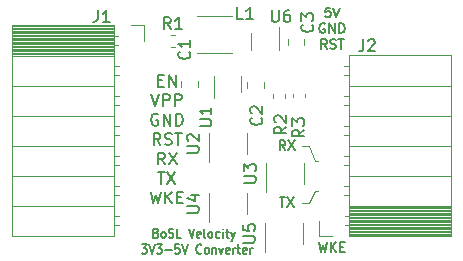
<source format=gbr>
G04 #@! TF.GenerationSoftware,KiCad,Pcbnew,(5.1.5)-3*
G04 #@! TF.CreationDate,2020-08-04T19:08:33+10:00*
G04 #@! TF.ProjectId,Interconnect,496e7465-7263-46f6-9e6e-6563742e6b69,rev 0.2*
G04 #@! TF.SameCoordinates,Original*
G04 #@! TF.FileFunction,Legend,Top*
G04 #@! TF.FilePolarity,Positive*
%FSLAX46Y46*%
G04 Gerber Fmt 4.6, Leading zero omitted, Abs format (unit mm)*
G04 Created by KiCad (PCBNEW (5.1.5)-3) date 2020-08-04 19:08:33*
%MOMM*%
%LPD*%
G04 APERTURE LIST*
%ADD10C,0.120000*%
%ADD11C,0.150000*%
G04 APERTURE END LIST*
D10*
X166243000Y-99568000D02*
X166497000Y-99568000D01*
X165735000Y-100584000D02*
X166243000Y-99568000D01*
X165100000Y-100584000D02*
X165735000Y-100584000D01*
X166243000Y-97028000D02*
X166497000Y-97028000D01*
X165735000Y-95758000D02*
X166243000Y-97028000D01*
X165100000Y-95758000D02*
X165735000Y-95758000D01*
D11*
X166535238Y-103955904D02*
X166725714Y-104755904D01*
X166878095Y-104184476D01*
X167030476Y-104755904D01*
X167220952Y-103955904D01*
X167525714Y-104755904D02*
X167525714Y-103955904D01*
X167982857Y-104755904D02*
X167640000Y-104298761D01*
X167982857Y-103955904D02*
X167525714Y-104413047D01*
X168325714Y-104336857D02*
X168592380Y-104336857D01*
X168706666Y-104755904D02*
X168325714Y-104755904D01*
X168325714Y-103955904D01*
X168706666Y-103955904D01*
X163220476Y-100145904D02*
X163677619Y-100145904D01*
X163449047Y-100945904D02*
X163449047Y-100145904D01*
X163868095Y-100145904D02*
X164401428Y-100945904D01*
X164401428Y-100145904D02*
X163868095Y-100945904D01*
X163696666Y-96119904D02*
X163430000Y-95738952D01*
X163239523Y-96119904D02*
X163239523Y-95319904D01*
X163544285Y-95319904D01*
X163620476Y-95358000D01*
X163658571Y-95396095D01*
X163696666Y-95472285D01*
X163696666Y-95586571D01*
X163658571Y-95662761D01*
X163620476Y-95700857D01*
X163544285Y-95738952D01*
X163239523Y-95738952D01*
X163963333Y-95319904D02*
X164496666Y-96119904D01*
X164496666Y-95319904D02*
X163963333Y-96119904D01*
X152760000Y-103153857D02*
X152860000Y-103191952D01*
X152893333Y-103230047D01*
X152926666Y-103306238D01*
X152926666Y-103420523D01*
X152893333Y-103496714D01*
X152860000Y-103534809D01*
X152793333Y-103572904D01*
X152526666Y-103572904D01*
X152526666Y-102772904D01*
X152760000Y-102772904D01*
X152826666Y-102811000D01*
X152860000Y-102849095D01*
X152893333Y-102925285D01*
X152893333Y-103001476D01*
X152860000Y-103077666D01*
X152826666Y-103115761D01*
X152760000Y-103153857D01*
X152526666Y-103153857D01*
X153326666Y-103572904D02*
X153260000Y-103534809D01*
X153226666Y-103496714D01*
X153193333Y-103420523D01*
X153193333Y-103191952D01*
X153226666Y-103115761D01*
X153260000Y-103077666D01*
X153326666Y-103039571D01*
X153426666Y-103039571D01*
X153493333Y-103077666D01*
X153526666Y-103115761D01*
X153560000Y-103191952D01*
X153560000Y-103420523D01*
X153526666Y-103496714D01*
X153493333Y-103534809D01*
X153426666Y-103572904D01*
X153326666Y-103572904D01*
X153826666Y-103534809D02*
X153926666Y-103572904D01*
X154093333Y-103572904D01*
X154160000Y-103534809D01*
X154193333Y-103496714D01*
X154226666Y-103420523D01*
X154226666Y-103344333D01*
X154193333Y-103268142D01*
X154160000Y-103230047D01*
X154093333Y-103191952D01*
X153960000Y-103153857D01*
X153893333Y-103115761D01*
X153860000Y-103077666D01*
X153826666Y-103001476D01*
X153826666Y-102925285D01*
X153860000Y-102849095D01*
X153893333Y-102811000D01*
X153960000Y-102772904D01*
X154126666Y-102772904D01*
X154226666Y-102811000D01*
X154860000Y-103572904D02*
X154526666Y-103572904D01*
X154526666Y-102772904D01*
X155526666Y-102772904D02*
X155760000Y-103572904D01*
X155993333Y-102772904D01*
X156493333Y-103534809D02*
X156426666Y-103572904D01*
X156293333Y-103572904D01*
X156226666Y-103534809D01*
X156193333Y-103458619D01*
X156193333Y-103153857D01*
X156226666Y-103077666D01*
X156293333Y-103039571D01*
X156426666Y-103039571D01*
X156493333Y-103077666D01*
X156526666Y-103153857D01*
X156526666Y-103230047D01*
X156193333Y-103306238D01*
X156926666Y-103572904D02*
X156860000Y-103534809D01*
X156826666Y-103458619D01*
X156826666Y-102772904D01*
X157293333Y-103572904D02*
X157226666Y-103534809D01*
X157193333Y-103496714D01*
X157160000Y-103420523D01*
X157160000Y-103191952D01*
X157193333Y-103115761D01*
X157226666Y-103077666D01*
X157293333Y-103039571D01*
X157393333Y-103039571D01*
X157460000Y-103077666D01*
X157493333Y-103115761D01*
X157526666Y-103191952D01*
X157526666Y-103420523D01*
X157493333Y-103496714D01*
X157460000Y-103534809D01*
X157393333Y-103572904D01*
X157293333Y-103572904D01*
X158126666Y-103534809D02*
X158060000Y-103572904D01*
X157926666Y-103572904D01*
X157860000Y-103534809D01*
X157826666Y-103496714D01*
X157793333Y-103420523D01*
X157793333Y-103191952D01*
X157826666Y-103115761D01*
X157860000Y-103077666D01*
X157926666Y-103039571D01*
X158060000Y-103039571D01*
X158126666Y-103077666D01*
X158426666Y-103572904D02*
X158426666Y-103039571D01*
X158426666Y-102772904D02*
X158393333Y-102811000D01*
X158426666Y-102849095D01*
X158460000Y-102811000D01*
X158426666Y-102772904D01*
X158426666Y-102849095D01*
X158660000Y-103039571D02*
X158926666Y-103039571D01*
X158760000Y-102772904D02*
X158760000Y-103458619D01*
X158793333Y-103534809D01*
X158860000Y-103572904D01*
X158926666Y-103572904D01*
X159093333Y-103039571D02*
X159260000Y-103572904D01*
X159426666Y-103039571D02*
X159260000Y-103572904D01*
X159193333Y-103763380D01*
X159160000Y-103801476D01*
X159093333Y-103839571D01*
X151526666Y-104122904D02*
X151960000Y-104122904D01*
X151726666Y-104427666D01*
X151826666Y-104427666D01*
X151893333Y-104465761D01*
X151926666Y-104503857D01*
X151960000Y-104580047D01*
X151960000Y-104770523D01*
X151926666Y-104846714D01*
X151893333Y-104884809D01*
X151826666Y-104922904D01*
X151626666Y-104922904D01*
X151560000Y-104884809D01*
X151526666Y-104846714D01*
X152160000Y-104122904D02*
X152393333Y-104922904D01*
X152626666Y-104122904D01*
X152793333Y-104122904D02*
X153226666Y-104122904D01*
X152993333Y-104427666D01*
X153093333Y-104427666D01*
X153160000Y-104465761D01*
X153193333Y-104503857D01*
X153226666Y-104580047D01*
X153226666Y-104770523D01*
X153193333Y-104846714D01*
X153160000Y-104884809D01*
X153093333Y-104922904D01*
X152893333Y-104922904D01*
X152826666Y-104884809D01*
X152793333Y-104846714D01*
X153526666Y-104618142D02*
X154060000Y-104618142D01*
X154726666Y-104122904D02*
X154393333Y-104122904D01*
X154360000Y-104503857D01*
X154393333Y-104465761D01*
X154460000Y-104427666D01*
X154626666Y-104427666D01*
X154693333Y-104465761D01*
X154726666Y-104503857D01*
X154760000Y-104580047D01*
X154760000Y-104770523D01*
X154726666Y-104846714D01*
X154693333Y-104884809D01*
X154626666Y-104922904D01*
X154460000Y-104922904D01*
X154393333Y-104884809D01*
X154360000Y-104846714D01*
X154960000Y-104122904D02*
X155193333Y-104922904D01*
X155426666Y-104122904D01*
X156593333Y-104846714D02*
X156560000Y-104884809D01*
X156460000Y-104922904D01*
X156393333Y-104922904D01*
X156293333Y-104884809D01*
X156226666Y-104808619D01*
X156193333Y-104732428D01*
X156160000Y-104580047D01*
X156160000Y-104465761D01*
X156193333Y-104313380D01*
X156226666Y-104237190D01*
X156293333Y-104161000D01*
X156393333Y-104122904D01*
X156460000Y-104122904D01*
X156560000Y-104161000D01*
X156593333Y-104199095D01*
X156993333Y-104922904D02*
X156926666Y-104884809D01*
X156893333Y-104846714D01*
X156860000Y-104770523D01*
X156860000Y-104541952D01*
X156893333Y-104465761D01*
X156926666Y-104427666D01*
X156993333Y-104389571D01*
X157093333Y-104389571D01*
X157160000Y-104427666D01*
X157193333Y-104465761D01*
X157226666Y-104541952D01*
X157226666Y-104770523D01*
X157193333Y-104846714D01*
X157160000Y-104884809D01*
X157093333Y-104922904D01*
X156993333Y-104922904D01*
X157526666Y-104389571D02*
X157526666Y-104922904D01*
X157526666Y-104465761D02*
X157560000Y-104427666D01*
X157626666Y-104389571D01*
X157726666Y-104389571D01*
X157793333Y-104427666D01*
X157826666Y-104503857D01*
X157826666Y-104922904D01*
X158093333Y-104389571D02*
X158260000Y-104922904D01*
X158426666Y-104389571D01*
X158960000Y-104884809D02*
X158893333Y-104922904D01*
X158760000Y-104922904D01*
X158693333Y-104884809D01*
X158660000Y-104808619D01*
X158660000Y-104503857D01*
X158693333Y-104427666D01*
X158760000Y-104389571D01*
X158893333Y-104389571D01*
X158960000Y-104427666D01*
X158993333Y-104503857D01*
X158993333Y-104580047D01*
X158660000Y-104656238D01*
X159293333Y-104922904D02*
X159293333Y-104389571D01*
X159293333Y-104541952D02*
X159326666Y-104465761D01*
X159360000Y-104427666D01*
X159426666Y-104389571D01*
X159493333Y-104389571D01*
X159626666Y-104389571D02*
X159893333Y-104389571D01*
X159726666Y-104122904D02*
X159726666Y-104808619D01*
X159760000Y-104884809D01*
X159826666Y-104922904D01*
X159893333Y-104922904D01*
X160393333Y-104884809D02*
X160326666Y-104922904D01*
X160193333Y-104922904D01*
X160126666Y-104884809D01*
X160093333Y-104808619D01*
X160093333Y-104503857D01*
X160126666Y-104427666D01*
X160193333Y-104389571D01*
X160326666Y-104389571D01*
X160393333Y-104427666D01*
X160426666Y-104503857D01*
X160426666Y-104580047D01*
X160093333Y-104656238D01*
X160726666Y-104922904D02*
X160726666Y-104389571D01*
X160726666Y-104541952D02*
X160760000Y-104465761D01*
X160793333Y-104427666D01*
X160860000Y-104389571D01*
X160926666Y-104389571D01*
X152931904Y-90228571D02*
X153265238Y-90228571D01*
X153408095Y-90752380D02*
X152931904Y-90752380D01*
X152931904Y-89752380D01*
X153408095Y-89752380D01*
X153836666Y-90752380D02*
X153836666Y-89752380D01*
X154408095Y-90752380D01*
X154408095Y-89752380D01*
X152336666Y-91402380D02*
X152670000Y-92402380D01*
X153003333Y-91402380D01*
X153336666Y-92402380D02*
X153336666Y-91402380D01*
X153717619Y-91402380D01*
X153812857Y-91450000D01*
X153860476Y-91497619D01*
X153908095Y-91592857D01*
X153908095Y-91735714D01*
X153860476Y-91830952D01*
X153812857Y-91878571D01*
X153717619Y-91926190D01*
X153336666Y-91926190D01*
X154336666Y-92402380D02*
X154336666Y-91402380D01*
X154717619Y-91402380D01*
X154812857Y-91450000D01*
X154860476Y-91497619D01*
X154908095Y-91592857D01*
X154908095Y-91735714D01*
X154860476Y-91830952D01*
X154812857Y-91878571D01*
X154717619Y-91926190D01*
X154336666Y-91926190D01*
X152908095Y-93100000D02*
X152812857Y-93052380D01*
X152670000Y-93052380D01*
X152527142Y-93100000D01*
X152431904Y-93195238D01*
X152384285Y-93290476D01*
X152336666Y-93480952D01*
X152336666Y-93623809D01*
X152384285Y-93814285D01*
X152431904Y-93909523D01*
X152527142Y-94004761D01*
X152670000Y-94052380D01*
X152765238Y-94052380D01*
X152908095Y-94004761D01*
X152955714Y-93957142D01*
X152955714Y-93623809D01*
X152765238Y-93623809D01*
X153384285Y-94052380D02*
X153384285Y-93052380D01*
X153955714Y-94052380D01*
X153955714Y-93052380D01*
X154431904Y-94052380D02*
X154431904Y-93052380D01*
X154670000Y-93052380D01*
X154812857Y-93100000D01*
X154908095Y-93195238D01*
X154955714Y-93290476D01*
X155003333Y-93480952D01*
X155003333Y-93623809D01*
X154955714Y-93814285D01*
X154908095Y-93909523D01*
X154812857Y-94004761D01*
X154670000Y-94052380D01*
X154431904Y-94052380D01*
X153122380Y-95702380D02*
X152789047Y-95226190D01*
X152550952Y-95702380D02*
X152550952Y-94702380D01*
X152931904Y-94702380D01*
X153027142Y-94750000D01*
X153074761Y-94797619D01*
X153122380Y-94892857D01*
X153122380Y-95035714D01*
X153074761Y-95130952D01*
X153027142Y-95178571D01*
X152931904Y-95226190D01*
X152550952Y-95226190D01*
X153503333Y-95654761D02*
X153646190Y-95702380D01*
X153884285Y-95702380D01*
X153979523Y-95654761D01*
X154027142Y-95607142D01*
X154074761Y-95511904D01*
X154074761Y-95416666D01*
X154027142Y-95321428D01*
X153979523Y-95273809D01*
X153884285Y-95226190D01*
X153693809Y-95178571D01*
X153598571Y-95130952D01*
X153550952Y-95083333D01*
X153503333Y-94988095D01*
X153503333Y-94892857D01*
X153550952Y-94797619D01*
X153598571Y-94750000D01*
X153693809Y-94702380D01*
X153931904Y-94702380D01*
X154074761Y-94750000D01*
X154360476Y-94702380D02*
X154931904Y-94702380D01*
X154646190Y-95702380D02*
X154646190Y-94702380D01*
X153503333Y-97352380D02*
X153170000Y-96876190D01*
X152931904Y-97352380D02*
X152931904Y-96352380D01*
X153312857Y-96352380D01*
X153408095Y-96400000D01*
X153455714Y-96447619D01*
X153503333Y-96542857D01*
X153503333Y-96685714D01*
X153455714Y-96780952D01*
X153408095Y-96828571D01*
X153312857Y-96876190D01*
X152931904Y-96876190D01*
X153836666Y-96352380D02*
X154503333Y-97352380D01*
X154503333Y-96352380D02*
X153836666Y-97352380D01*
X152908095Y-98002380D02*
X153479523Y-98002380D01*
X153193809Y-99002380D02*
X153193809Y-98002380D01*
X153717619Y-98002380D02*
X154384285Y-99002380D01*
X154384285Y-98002380D02*
X153717619Y-99002380D01*
X152289047Y-99652380D02*
X152527142Y-100652380D01*
X152717619Y-99938095D01*
X152908095Y-100652380D01*
X153146190Y-99652380D01*
X153527142Y-100652380D02*
X153527142Y-99652380D01*
X154098571Y-100652380D02*
X153670000Y-100080952D01*
X154098571Y-99652380D02*
X153527142Y-100223809D01*
X154527142Y-100128571D02*
X154860476Y-100128571D01*
X155003333Y-100652380D02*
X154527142Y-100652380D01*
X154527142Y-99652380D01*
X155003333Y-99652380D01*
X167487619Y-84063904D02*
X167106666Y-84063904D01*
X167068571Y-84444857D01*
X167106666Y-84406761D01*
X167182857Y-84368666D01*
X167373333Y-84368666D01*
X167449523Y-84406761D01*
X167487619Y-84444857D01*
X167525714Y-84521047D01*
X167525714Y-84711523D01*
X167487619Y-84787714D01*
X167449523Y-84825809D01*
X167373333Y-84863904D01*
X167182857Y-84863904D01*
X167106666Y-84825809D01*
X167068571Y-84787714D01*
X167754285Y-84063904D02*
X168020952Y-84863904D01*
X168287619Y-84063904D01*
X167030476Y-85452000D02*
X166954285Y-85413904D01*
X166840000Y-85413904D01*
X166725714Y-85452000D01*
X166649523Y-85528190D01*
X166611428Y-85604380D01*
X166573333Y-85756761D01*
X166573333Y-85871047D01*
X166611428Y-86023428D01*
X166649523Y-86099619D01*
X166725714Y-86175809D01*
X166840000Y-86213904D01*
X166916190Y-86213904D01*
X167030476Y-86175809D01*
X167068571Y-86137714D01*
X167068571Y-85871047D01*
X166916190Y-85871047D01*
X167411428Y-86213904D02*
X167411428Y-85413904D01*
X167868571Y-86213904D01*
X167868571Y-85413904D01*
X168249523Y-86213904D02*
X168249523Y-85413904D01*
X168440000Y-85413904D01*
X168554285Y-85452000D01*
X168630476Y-85528190D01*
X168668571Y-85604380D01*
X168706666Y-85756761D01*
X168706666Y-85871047D01*
X168668571Y-86023428D01*
X168630476Y-86099619D01*
X168554285Y-86175809D01*
X168440000Y-86213904D01*
X168249523Y-86213904D01*
X167201904Y-87563904D02*
X166935238Y-87182952D01*
X166744761Y-87563904D02*
X166744761Y-86763904D01*
X167049523Y-86763904D01*
X167125714Y-86802000D01*
X167163809Y-86840095D01*
X167201904Y-86916285D01*
X167201904Y-87030571D01*
X167163809Y-87106761D01*
X167125714Y-87144857D01*
X167049523Y-87182952D01*
X166744761Y-87182952D01*
X167506666Y-87525809D02*
X167620952Y-87563904D01*
X167811428Y-87563904D01*
X167887619Y-87525809D01*
X167925714Y-87487714D01*
X167963809Y-87411523D01*
X167963809Y-87335333D01*
X167925714Y-87259142D01*
X167887619Y-87221047D01*
X167811428Y-87182952D01*
X167659047Y-87144857D01*
X167582857Y-87106761D01*
X167544761Y-87068666D01*
X167506666Y-86992476D01*
X167506666Y-86916285D01*
X167544761Y-86840095D01*
X167582857Y-86802000D01*
X167659047Y-86763904D01*
X167849523Y-86763904D01*
X167963809Y-86802000D01*
X168192380Y-86763904D02*
X168649523Y-86763904D01*
X168420952Y-87563904D02*
X168420952Y-86763904D01*
D10*
X167640000Y-103438000D02*
X166530000Y-103438000D01*
X166530000Y-103438000D02*
X166530000Y-102108000D01*
X177730000Y-103438000D02*
X177730000Y-88078000D01*
X177730000Y-88078000D02*
X169100000Y-88078000D01*
X169100000Y-103438000D02*
X169100000Y-88078000D01*
X177730000Y-103438000D02*
X169100000Y-103438000D01*
X177730000Y-90678000D02*
X169100000Y-90678000D01*
X177730000Y-93218000D02*
X169100000Y-93218000D01*
X177730000Y-95758000D02*
X169100000Y-95758000D01*
X177730000Y-98298000D02*
X169100000Y-98298000D01*
X177730000Y-100838000D02*
X169100000Y-100838000D01*
X169100000Y-89048000D02*
X168690000Y-89048000D01*
X169100000Y-89768000D02*
X168690000Y-89768000D01*
X169100000Y-91588000D02*
X168690000Y-91588000D01*
X169100000Y-92308000D02*
X168690000Y-92308000D01*
X169100000Y-94128000D02*
X168690000Y-94128000D01*
X169100000Y-94848000D02*
X168690000Y-94848000D01*
X169100000Y-96668000D02*
X168690000Y-96668000D01*
X169100000Y-97388000D02*
X168690000Y-97388000D01*
X169100000Y-99208000D02*
X168690000Y-99208000D01*
X169100000Y-99928000D02*
X168690000Y-99928000D01*
X169100000Y-101748000D02*
X168750000Y-101748000D01*
X169100000Y-102468000D02*
X168750000Y-102468000D01*
X177730000Y-100956100D02*
X169100000Y-100956100D01*
X177730000Y-101074195D02*
X169100000Y-101074195D01*
X177730000Y-101192290D02*
X169100000Y-101192290D01*
X177730000Y-101310385D02*
X169100000Y-101310385D01*
X177730000Y-101428480D02*
X169100000Y-101428480D01*
X177730000Y-101546575D02*
X169100000Y-101546575D01*
X177730000Y-101664670D02*
X169100000Y-101664670D01*
X177730000Y-101782765D02*
X169100000Y-101782765D01*
X177730000Y-101900860D02*
X169100000Y-101900860D01*
X177730000Y-102018955D02*
X169100000Y-102018955D01*
X177730000Y-102137050D02*
X169100000Y-102137050D01*
X177730000Y-102255145D02*
X169100000Y-102255145D01*
X177730000Y-102373240D02*
X169100000Y-102373240D01*
X177730000Y-102491335D02*
X169100000Y-102491335D01*
X177730000Y-102609430D02*
X169100000Y-102609430D01*
X177730000Y-102727525D02*
X169100000Y-102727525D01*
X177730000Y-102845620D02*
X169100000Y-102845620D01*
X177730000Y-102963715D02*
X169100000Y-102963715D01*
X177730000Y-103081810D02*
X169100000Y-103081810D01*
X177730000Y-103199905D02*
X169100000Y-103199905D01*
X177730000Y-103318000D02*
X169100000Y-103318000D01*
X150622000Y-85538000D02*
X151732000Y-85538000D01*
X151732000Y-85538000D02*
X151732000Y-86868000D01*
X140532000Y-85538000D02*
X140532000Y-103438000D01*
X140532000Y-103438000D02*
X149162000Y-103438000D01*
X149162000Y-85538000D02*
X149162000Y-103438000D01*
X140532000Y-85538000D02*
X149162000Y-85538000D01*
X140532000Y-100838000D02*
X149162000Y-100838000D01*
X140532000Y-98298000D02*
X149162000Y-98298000D01*
X140532000Y-95758000D02*
X149162000Y-95758000D01*
X140532000Y-93218000D02*
X149162000Y-93218000D01*
X140532000Y-90678000D02*
X149162000Y-90678000D01*
X140532000Y-88138000D02*
X149162000Y-88138000D01*
X149162000Y-102468000D02*
X149572000Y-102468000D01*
X149162000Y-101748000D02*
X149572000Y-101748000D01*
X149162000Y-99928000D02*
X149572000Y-99928000D01*
X149162000Y-99208000D02*
X149572000Y-99208000D01*
X149162000Y-97388000D02*
X149572000Y-97388000D01*
X149162000Y-96668000D02*
X149572000Y-96668000D01*
X149162000Y-94848000D02*
X149572000Y-94848000D01*
X149162000Y-94128000D02*
X149572000Y-94128000D01*
X149162000Y-92308000D02*
X149572000Y-92308000D01*
X149162000Y-91588000D02*
X149572000Y-91588000D01*
X149162000Y-89768000D02*
X149572000Y-89768000D01*
X149162000Y-89048000D02*
X149572000Y-89048000D01*
X149162000Y-87228000D02*
X149512000Y-87228000D01*
X149162000Y-86508000D02*
X149512000Y-86508000D01*
X140532000Y-88019900D02*
X149162000Y-88019900D01*
X140532000Y-87901805D02*
X149162000Y-87901805D01*
X140532000Y-87783710D02*
X149162000Y-87783710D01*
X140532000Y-87665615D02*
X149162000Y-87665615D01*
X140532000Y-87547520D02*
X149162000Y-87547520D01*
X140532000Y-87429425D02*
X149162000Y-87429425D01*
X140532000Y-87311330D02*
X149162000Y-87311330D01*
X140532000Y-87193235D02*
X149162000Y-87193235D01*
X140532000Y-87075140D02*
X149162000Y-87075140D01*
X140532000Y-86957045D02*
X149162000Y-86957045D01*
X140532000Y-86838950D02*
X149162000Y-86838950D01*
X140532000Y-86720855D02*
X149162000Y-86720855D01*
X140532000Y-86602760D02*
X149162000Y-86602760D01*
X140532000Y-86484665D02*
X149162000Y-86484665D01*
X140532000Y-86366570D02*
X149162000Y-86366570D01*
X140532000Y-86248475D02*
X149162000Y-86248475D01*
X140532000Y-86130380D02*
X149162000Y-86130380D01*
X140532000Y-86012285D02*
X149162000Y-86012285D01*
X140532000Y-85894190D02*
X149162000Y-85894190D01*
X140532000Y-85776095D02*
X149162000Y-85776095D01*
X140532000Y-85658000D02*
X149162000Y-85658000D01*
X164336000Y-91355721D02*
X164336000Y-91681279D01*
X165356000Y-91355721D02*
X165356000Y-91681279D01*
X163705000Y-91704279D02*
X163705000Y-91378721D01*
X162685000Y-91704279D02*
X162685000Y-91378721D01*
X153989721Y-87378000D02*
X154315279Y-87378000D01*
X153989721Y-86358000D02*
X154315279Y-86358000D01*
X160832000Y-86240000D02*
X160832000Y-87640000D01*
X163152000Y-87640000D02*
X163152000Y-85740000D01*
X163882000Y-86687922D02*
X163882000Y-87205078D01*
X165302000Y-86687922D02*
X165302000Y-87205078D01*
X161966000Y-102308000D02*
X161966000Y-104758000D01*
X165186000Y-104108000D02*
X165186000Y-102308000D01*
X157222000Y-99768000D02*
X157222000Y-102218000D01*
X160442000Y-101568000D02*
X160442000Y-99768000D01*
X162032000Y-97228000D02*
X162032000Y-99678000D01*
X165252000Y-99028000D02*
X165252000Y-97228000D01*
X157222000Y-94688000D02*
X157222000Y-97138000D01*
X160442000Y-96488000D02*
X160442000Y-94688000D01*
X159952000Y-91240000D02*
X159952000Y-89840000D01*
X157632000Y-89840000D02*
X157632000Y-91740000D01*
X156192000Y-87940000D02*
X159192000Y-87940000D01*
X156192000Y-84740000D02*
X159192000Y-84740000D01*
X160482000Y-90343922D02*
X160482000Y-90861078D01*
X161902000Y-90343922D02*
X161902000Y-90861078D01*
X154882000Y-90281422D02*
X154882000Y-90798578D01*
X156302000Y-90281422D02*
X156302000Y-90798578D01*
D11*
X170291166Y-86764880D02*
X170291166Y-87479166D01*
X170243547Y-87622023D01*
X170148309Y-87717261D01*
X170005452Y-87764880D01*
X169910214Y-87764880D01*
X170719738Y-86860119D02*
X170767357Y-86812500D01*
X170862595Y-86764880D01*
X171100690Y-86764880D01*
X171195928Y-86812500D01*
X171243547Y-86860119D01*
X171291166Y-86955357D01*
X171291166Y-87050595D01*
X171243547Y-87193452D01*
X170672119Y-87764880D01*
X171291166Y-87764880D01*
X147812166Y-84288380D02*
X147812166Y-85002666D01*
X147764547Y-85145523D01*
X147669309Y-85240761D01*
X147526452Y-85288380D01*
X147431214Y-85288380D01*
X148812166Y-85288380D02*
X148240738Y-85288380D01*
X148526452Y-85288380D02*
X148526452Y-84288380D01*
X148431214Y-84431238D01*
X148335976Y-84526476D01*
X148240738Y-84574095D01*
X165298380Y-94400666D02*
X164822190Y-94734000D01*
X165298380Y-94972095D02*
X164298380Y-94972095D01*
X164298380Y-94591142D01*
X164346000Y-94495904D01*
X164393619Y-94448285D01*
X164488857Y-94400666D01*
X164631714Y-94400666D01*
X164726952Y-94448285D01*
X164774571Y-94495904D01*
X164822190Y-94591142D01*
X164822190Y-94972095D01*
X164298380Y-94067333D02*
X164298380Y-93448285D01*
X164679333Y-93781619D01*
X164679333Y-93638761D01*
X164726952Y-93543523D01*
X164774571Y-93495904D01*
X164869809Y-93448285D01*
X165107904Y-93448285D01*
X165203142Y-93495904D01*
X165250761Y-93543523D01*
X165298380Y-93638761D01*
X165298380Y-93924476D01*
X165250761Y-94019714D01*
X165203142Y-94067333D01*
X163774380Y-94146666D02*
X163298190Y-94480000D01*
X163774380Y-94718095D02*
X162774380Y-94718095D01*
X162774380Y-94337142D01*
X162822000Y-94241904D01*
X162869619Y-94194285D01*
X162964857Y-94146666D01*
X163107714Y-94146666D01*
X163202952Y-94194285D01*
X163250571Y-94241904D01*
X163298190Y-94337142D01*
X163298190Y-94718095D01*
X162869619Y-93765714D02*
X162822000Y-93718095D01*
X162774380Y-93622857D01*
X162774380Y-93384761D01*
X162822000Y-93289523D01*
X162869619Y-93241904D01*
X162964857Y-93194285D01*
X163060095Y-93194285D01*
X163202952Y-93241904D01*
X163774380Y-93813333D01*
X163774380Y-93194285D01*
X153985833Y-85890380D02*
X153652500Y-85414190D01*
X153414404Y-85890380D02*
X153414404Y-84890380D01*
X153795357Y-84890380D01*
X153890595Y-84938000D01*
X153938214Y-84985619D01*
X153985833Y-85080857D01*
X153985833Y-85223714D01*
X153938214Y-85318952D01*
X153890595Y-85366571D01*
X153795357Y-85414190D01*
X153414404Y-85414190D01*
X154938214Y-85890380D02*
X154366785Y-85890380D01*
X154652500Y-85890380D02*
X154652500Y-84890380D01*
X154557261Y-85033238D01*
X154462023Y-85128476D01*
X154366785Y-85176095D01*
X162560095Y-84288380D02*
X162560095Y-85097904D01*
X162607714Y-85193142D01*
X162655333Y-85240761D01*
X162750571Y-85288380D01*
X162941047Y-85288380D01*
X163036285Y-85240761D01*
X163083904Y-85193142D01*
X163131523Y-85097904D01*
X163131523Y-84288380D01*
X164036285Y-84288380D02*
X163845809Y-84288380D01*
X163750571Y-84336000D01*
X163702952Y-84383619D01*
X163607714Y-84526476D01*
X163560095Y-84716952D01*
X163560095Y-85097904D01*
X163607714Y-85193142D01*
X163655333Y-85240761D01*
X163750571Y-85288380D01*
X163941047Y-85288380D01*
X164036285Y-85240761D01*
X164083904Y-85193142D01*
X164131523Y-85097904D01*
X164131523Y-84859809D01*
X164083904Y-84764571D01*
X164036285Y-84716952D01*
X163941047Y-84669333D01*
X163750571Y-84669333D01*
X163655333Y-84716952D01*
X163607714Y-84764571D01*
X163560095Y-84859809D01*
X165965142Y-85510666D02*
X166012761Y-85558285D01*
X166060380Y-85701142D01*
X166060380Y-85796380D01*
X166012761Y-85939238D01*
X165917523Y-86034476D01*
X165822285Y-86082095D01*
X165631809Y-86129714D01*
X165488952Y-86129714D01*
X165298476Y-86082095D01*
X165203238Y-86034476D01*
X165108000Y-85939238D01*
X165060380Y-85796380D01*
X165060380Y-85701142D01*
X165108000Y-85558285D01*
X165155619Y-85510666D01*
X165060380Y-85177333D02*
X165060380Y-84558285D01*
X165441333Y-84891619D01*
X165441333Y-84748761D01*
X165488952Y-84653523D01*
X165536571Y-84605904D01*
X165631809Y-84558285D01*
X165869904Y-84558285D01*
X165965142Y-84605904D01*
X166012761Y-84653523D01*
X166060380Y-84748761D01*
X166060380Y-85034476D01*
X166012761Y-85129714D01*
X165965142Y-85177333D01*
X160128380Y-103969904D02*
X160937904Y-103969904D01*
X161033142Y-103922285D01*
X161080761Y-103874666D01*
X161128380Y-103779428D01*
X161128380Y-103588952D01*
X161080761Y-103493714D01*
X161033142Y-103446095D01*
X160937904Y-103398476D01*
X160128380Y-103398476D01*
X160128380Y-102446095D02*
X160128380Y-102922285D01*
X160604571Y-102969904D01*
X160556952Y-102922285D01*
X160509333Y-102827047D01*
X160509333Y-102588952D01*
X160556952Y-102493714D01*
X160604571Y-102446095D01*
X160699809Y-102398476D01*
X160937904Y-102398476D01*
X161033142Y-102446095D01*
X161080761Y-102493714D01*
X161128380Y-102588952D01*
X161128380Y-102827047D01*
X161080761Y-102922285D01*
X161033142Y-102969904D01*
X155384380Y-101429904D02*
X156193904Y-101429904D01*
X156289142Y-101382285D01*
X156336761Y-101334666D01*
X156384380Y-101239428D01*
X156384380Y-101048952D01*
X156336761Y-100953714D01*
X156289142Y-100906095D01*
X156193904Y-100858476D01*
X155384380Y-100858476D01*
X155717714Y-99953714D02*
X156384380Y-99953714D01*
X155336761Y-100191809D02*
X156051047Y-100429904D01*
X156051047Y-99810857D01*
X160194380Y-98889904D02*
X161003904Y-98889904D01*
X161099142Y-98842285D01*
X161146761Y-98794666D01*
X161194380Y-98699428D01*
X161194380Y-98508952D01*
X161146761Y-98413714D01*
X161099142Y-98366095D01*
X161003904Y-98318476D01*
X160194380Y-98318476D01*
X160194380Y-97937523D02*
X160194380Y-97318476D01*
X160575333Y-97651809D01*
X160575333Y-97508952D01*
X160622952Y-97413714D01*
X160670571Y-97366095D01*
X160765809Y-97318476D01*
X161003904Y-97318476D01*
X161099142Y-97366095D01*
X161146761Y-97413714D01*
X161194380Y-97508952D01*
X161194380Y-97794666D01*
X161146761Y-97889904D01*
X161099142Y-97937523D01*
X155384380Y-96349904D02*
X156193904Y-96349904D01*
X156289142Y-96302285D01*
X156336761Y-96254666D01*
X156384380Y-96159428D01*
X156384380Y-95968952D01*
X156336761Y-95873714D01*
X156289142Y-95826095D01*
X156193904Y-95778476D01*
X155384380Y-95778476D01*
X155479619Y-95349904D02*
X155432000Y-95302285D01*
X155384380Y-95207047D01*
X155384380Y-94968952D01*
X155432000Y-94873714D01*
X155479619Y-94826095D01*
X155574857Y-94778476D01*
X155670095Y-94778476D01*
X155812952Y-94826095D01*
X156384380Y-95397523D01*
X156384380Y-94778476D01*
X156444380Y-94101904D02*
X157253904Y-94101904D01*
X157349142Y-94054285D01*
X157396761Y-94006666D01*
X157444380Y-93911428D01*
X157444380Y-93720952D01*
X157396761Y-93625714D01*
X157349142Y-93578095D01*
X157253904Y-93530476D01*
X156444380Y-93530476D01*
X157444380Y-92530476D02*
X157444380Y-93101904D01*
X157444380Y-92816190D02*
X156444380Y-92816190D01*
X156587238Y-92911428D01*
X156682476Y-93006666D01*
X156730095Y-93101904D01*
X160107333Y-85034380D02*
X159631142Y-85034380D01*
X159631142Y-84034380D01*
X160964476Y-85034380D02*
X160393047Y-85034380D01*
X160678761Y-85034380D02*
X160678761Y-84034380D01*
X160583523Y-84177238D01*
X160488285Y-84272476D01*
X160393047Y-84320095D01*
X161647142Y-93384666D02*
X161694761Y-93432285D01*
X161742380Y-93575142D01*
X161742380Y-93670380D01*
X161694761Y-93813238D01*
X161599523Y-93908476D01*
X161504285Y-93956095D01*
X161313809Y-94003714D01*
X161170952Y-94003714D01*
X160980476Y-93956095D01*
X160885238Y-93908476D01*
X160790000Y-93813238D01*
X160742380Y-93670380D01*
X160742380Y-93575142D01*
X160790000Y-93432285D01*
X160837619Y-93384666D01*
X160837619Y-93003714D02*
X160790000Y-92956095D01*
X160742380Y-92860857D01*
X160742380Y-92622761D01*
X160790000Y-92527523D01*
X160837619Y-92479904D01*
X160932857Y-92432285D01*
X161028095Y-92432285D01*
X161170952Y-92479904D01*
X161742380Y-93051333D01*
X161742380Y-92432285D01*
X155551142Y-87796666D02*
X155598761Y-87844285D01*
X155646380Y-87987142D01*
X155646380Y-88082380D01*
X155598761Y-88225238D01*
X155503523Y-88320476D01*
X155408285Y-88368095D01*
X155217809Y-88415714D01*
X155074952Y-88415714D01*
X154884476Y-88368095D01*
X154789238Y-88320476D01*
X154694000Y-88225238D01*
X154646380Y-88082380D01*
X154646380Y-87987142D01*
X154694000Y-87844285D01*
X154741619Y-87796666D01*
X155646380Y-86844285D02*
X155646380Y-87415714D01*
X155646380Y-87130000D02*
X154646380Y-87130000D01*
X154789238Y-87225238D01*
X154884476Y-87320476D01*
X154932095Y-87415714D01*
M02*

</source>
